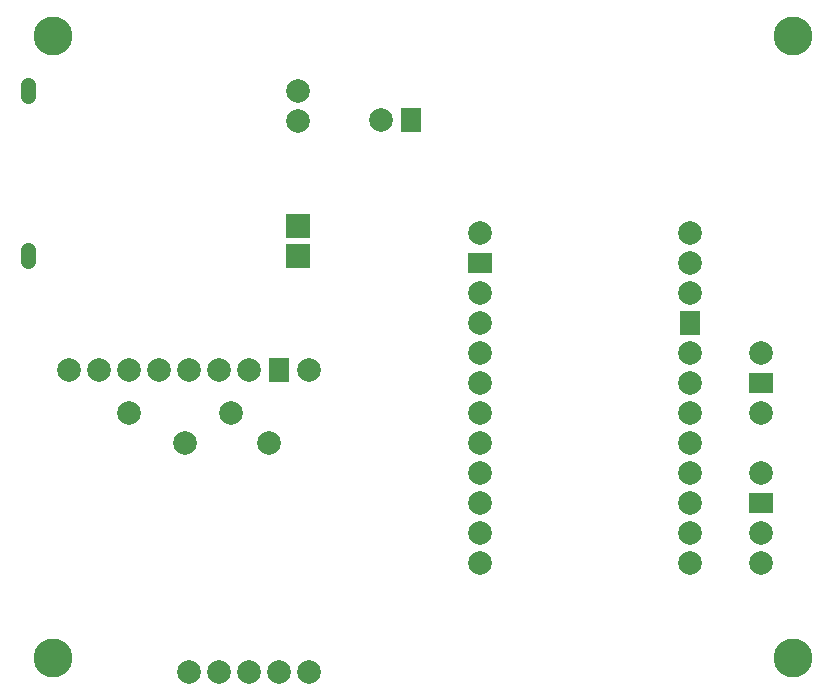
<source format=gtl>
G04 Layer: TopLayer*
G04 EasyEDA v6.3.22, 2020-03-18T10:30:20--5:00*
G04 98182c42750f413f95cb83c886c9a14c,0f239cf58a554773a8b80eeb1c5c5983,10*
G04 Gerber Generator version 0.2*
G04 Scale: 100 percent, Rotated: No, Reflected: No *
G04 Dimensions in millimeters *
G04 leading zeros omitted , absolute positions ,3 integer and 3 decimal *
%FSLAX33Y33*%
%MOMM*%
G90*
G71D02*

%ADD11C,3.299993*%
%ADD12C,1.999996*%
%ADD13R,1.699997X1.999996*%
%ADD14R,1.999996X1.699997*%
%ADD15R,1.799996X1.999996*%
%ADD16R,1.999996X1.999996*%
%ADD17C,1.299997*%

%LPD*%
G54D11*
G01X3650Y3650D03*
G01X66350Y3650D03*
G01X66350Y56350D03*
G01X3649Y56350D03*
G54D12*
G01X10160Y24440D03*
G01X14859Y21900D03*
G01X18796Y24440D03*
G01X21971Y21900D03*
G01X25379Y28020D03*
G54D13*
G01X22839Y28020D03*
G54D12*
G01X20299Y28020D03*
G01X17759Y28020D03*
G01X15219Y28020D03*
G01X12679Y28020D03*
G01X10139Y28020D03*
G01X7599Y28020D03*
G01X5059Y28020D03*
G01X25379Y2520D03*
G01X22839Y2520D03*
G01X20299Y2520D03*
G01X17759Y2520D03*
G01X15219Y2520D03*
G01X63627Y29520D03*
G54D14*
G01X63627Y26980D03*
G54D12*
G01X63627Y24440D03*
G01X39878Y11740D03*
G01X39878Y14280D03*
G01X39878Y16820D03*
G01X39878Y19360D03*
G01X39878Y21900D03*
G01X39878Y24440D03*
G01X39878Y26980D03*
G01X39878Y29520D03*
G01X39878Y32060D03*
G01X39878Y34600D03*
G54D14*
G01X39878Y37140D03*
G54D12*
G01X39878Y39680D03*
G01X57658Y11740D03*
G01X57658Y14280D03*
G01X57658Y16820D03*
G01X57658Y19360D03*
G01X57658Y21900D03*
G01X57658Y24440D03*
G01X57658Y26980D03*
G01X57658Y29520D03*
G54D15*
G01X57658Y32060D03*
G54D12*
G01X57658Y34600D03*
G01X57658Y37140D03*
G01X57658Y39680D03*
G01X31496Y49205D03*
G54D13*
G01X34036Y49205D03*
G54D12*
G01X63627Y19360D03*
G54D14*
G01X63627Y16820D03*
G54D12*
G01X63627Y14280D03*
G01X63627Y11740D03*
G01X24389Y51706D03*
G54D16*
G01X24389Y37736D03*
G54D12*
G01X24389Y49166D03*
G54D16*
G01X24389Y40276D03*
G54D17*
G01X1529Y52156D02*
G01X1529Y51256D01*
G01X1529Y38186D02*
G01X1529Y37286D01*
M00*
M02*

</source>
